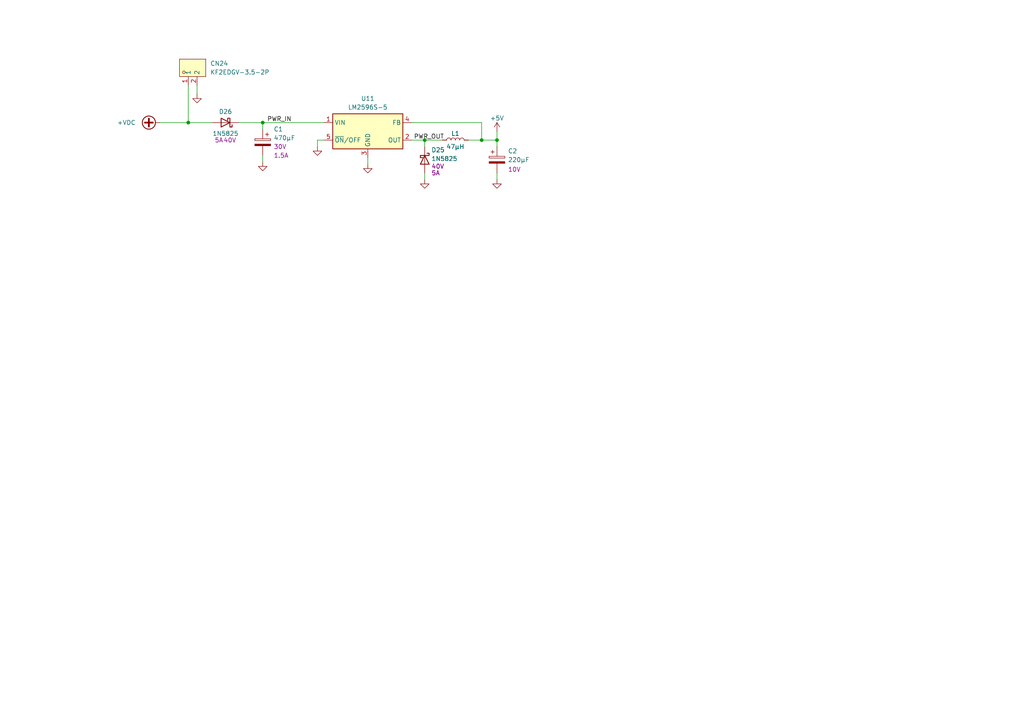
<source format=kicad_sch>
(kicad_sch (version 20230121) (generator eeschema)
  (paper "A4")
  (lib_symbols
    (symbol "Device:C_Polarized" (pin_numbers hide) (pin_names (offset 0.254))
      (property "Reference" "C" (at 0.635 2.54 0))
      (property "Value" "C_Polarized" (at 0.635 -2.54 0))
      (symbol "C_Polarized_0_1"
        (rectangle (start -2.286 0.508) (end 2.286 1.016))
        (polyline (pts (xy -1.778 2.286) (xy -0.762 2.286)))
        (polyline (pts (xy -1.27 2.794) (xy -1.27 1.778)))
        (rectangle (start 2.286 -0.508) (end -2.286 -1.016) (fill (type outline)))
      )
      (symbol "C_Polarized_1_1"
        (pin passive line (at 0 3.81 270) (length 2.794) (name "~") (number "1"))
        (pin passive line (at 0 -3.81 90) (length 2.794) (name "~") (number "2"))
      )
    )
    (symbol "Device:D_Schottky" (pin_numbers hide) (pin_names (offset 1.016) hide)
      (property "Reference" "D" (at 0 2.54 0))
      (property "Value" "D_Schottky" (at 0 -2.54 0))
      (symbol "D_Schottky_0_1"
        (polyline (pts (xy 1.27 0) (xy -1.27 0)))
        (polyline (pts (xy 1.27 1.27) (xy 1.27 -1.27) (xy -1.27 0) (xy 1.27 1.27)) (stroke (width 0.254)))
        (polyline (pts (xy -1.905 0.635) (xy -1.905 1.27) (xy -1.27 1.27) (xy -1.27 -1.27) (xy -0.635 -1.27) (xy -0.635 -0.635)) (stroke (width 0.254)))
      )
      (symbol "D_Schottky_1_1"
        (pin passive line (at -3.81 0 0) (length 2.54) (name "K") (number "1"))
        (pin passive line (at 3.81 0 180) (length 2.54) (name "A") (number "2"))
      )
    )
    (symbol "Device:L" (pin_numbers hide) (pin_names (offset 1.016) hide)
      (property "Reference" "L" (at -1.27 0 90))
      (property "Value" "L" (at 1.905 0 90))
      (symbol "L_0_1"
        (arc (start 0 -2.54) (mid 0.6323 -1.905) (end 0 -1.27))
        (arc (start 0 -1.27) (mid 0.6323 -0.635) (end 0 0))
        (arc (start 0 0) (mid 0.6323 0.635) (end 0 1.27))
        (arc (start 0 1.27) (mid 0.6323 1.905) (end 0 2.54))
      )
      (symbol "L_1_1"
        (pin passive line (at 0 3.81 270) (length 1.27) (name "1") (number "1"))
        (pin passive line (at 0 -3.81 90) (length 1.27) (name "2") (number "2"))
      )
    )
    (symbol "Regulator_Switching:LM2596S-5"
      (property "Reference" "U" (at -10.16 6.35 0))
      (property "Value" "LM2596S-5" (at 0 6.35 0))
      (symbol "LM2596S-5_0_1"
        (rectangle (start -10.16 5.08) (end 10.16 -5.08) (stroke (width 0.254)) (fill (type background)))
      )
      (symbol "LM2596S-5_1_1"
        (pin power_in line (at -12.7 2.54 0) (length 2.54) (name "VIN") (number "1"))
        (pin output line (at 12.7 -2.54 180) (length 2.54) (name "OUT") (number "2"))
        (pin power_in line (at 0 -7.62 90) (length 2.54) (name "GND") (number "3"))
        (pin input line (at 12.7 2.54 180) (length 2.54) (name "FB") (number "4"))
        (pin input line (at -12.7 -2.54 0) (length 2.54) (name "~{ON}/OFF") (number "5"))
      )
    )
    (symbol "easyeda2kicad:KF2EDGV-3.5-2P"
      (property "Reference" "CN" (at 0 6.35 0))
      (property "Value" "KF2EDGV-3.5-2P" (at 0 -6.35 0))
      (symbol "KF2EDGV-3.5-2P_0_1"
        (rectangle (start -2.54 3.81) (end 2.54 -3.81) (fill (type background)))
        (circle (center -1.27 2.54) (radius 0.38))
      )
      (symbol "KF2EDGV-3.5-2P_1_1"
        (pin passive line (at -5.08 1.27 0) (length 2.54) (name "1") (number "1"))
        (pin passive line (at -5.08 -1.27 0) (length 2.54) (name "2") (number "2"))
      )
    )
    (symbol "power:+5V" (power) (pin_names (offset 0))
      (property "Value" "+5V" (at 0 3.556 0))
      (symbol "+5V_0_1"
        (polyline (pts (xy -0.762 1.27) (xy 0 2.54)))
        (polyline (pts (xy 0 0) (xy 0 2.54)))
        (polyline (pts (xy 0 2.54) (xy 0.762 1.27)))
      )
      (symbol "+5V_1_1"
        (pin power_in line (at 0 0 90) (length 0) hide (name "+5V") (number "1"))
      )
    )
    (symbol "power:+VDC" (power) (pin_names (offset 0))
      (property "Value" "+VDC" (at 0 6.35 0))
      (symbol "+VDC_0_1"
        (polyline (pts (xy -1.143 3.175) (xy 1.143 3.175)) (stroke (width 0.508)))
        (polyline (pts (xy 0 0) (xy 0 1.27)))
        (polyline (pts (xy 0 2.032) (xy 0 4.318)) (stroke (width 0.508)))
        (circle (center 0 3.175) (radius 1.905) (stroke (width 0.254)))
      )
      (symbol "+VDC_1_1"
        (pin power_in line (at 0 0 90) (length 0) hide (name "+VDC") (number "1"))
      )
    )
    (symbol "power:GND" (power) (pin_names (offset 0))
      (property "Value" "GND" (at 0 -3.81 0))
      (symbol "GND_0_1"
        (polyline (pts (xy 0 0) (xy 0 -1.27) (xy 1.27 -1.27) (xy 0 -2.54) (xy -1.27 -1.27) (xy 0 -1.27)))
      )
      (symbol "GND_1_1"
        (pin power_in line (at 0 0 270) (length 0) hide (name "GND") (number "1"))
      )
    )
  )
  (junction (at 123.19 40.64))
  (junction (at 139.7 40.64))
  (junction (at 76.2 35.56))
  (junction (at 54.61 35.56))
  (junction (at 144.145 40.64))
  (wire (pts (xy 119.38 35.56) (xy 139.7 35.56)))
  (wire (pts (xy 119.38 40.64) (xy 123.19 40.64)))
  (wire (pts (xy 139.7 35.56) (xy 139.7 40.64)))
  (wire (pts (xy 144.145 42.545) (xy 144.145 40.64)))
  (wire (pts (xy 57.15 24.765) (xy 57.15 27.305)))
  (wire (pts (xy 69.215 35.56) (xy 76.2 35.56)))
  (wire (pts (xy 139.7 40.64) (xy 135.89 40.64)))
  (wire (pts (xy 144.145 50.165) (xy 144.145 52.07)))
  (wire (pts (xy 92.075 40.64) (xy 92.075 42.545)))
  (wire (pts (xy 54.61 35.56) (xy 61.595 35.56)))
  (wire (pts (xy 76.2 45.085) (xy 76.2 46.99)))
  (wire (pts (xy 139.7 40.64) (xy 144.145 40.64)))
  (wire (pts (xy 46.355 35.56) (xy 54.61 35.56)))
  (wire (pts (xy 123.19 50.165) (xy 123.19 52.07)))
  (wire (pts (xy 106.68 45.72) (xy 106.68 47.625)))
  (wire (pts (xy 76.2 37.465) (xy 76.2 35.56)))
  (wire (pts (xy 144.145 40.64) (xy 144.145 38.1)))
  (wire (pts (xy 76.2 35.56) (xy 93.98 35.56)))
  (wire (pts (xy 128.27 40.64) (xy 123.19 40.64)))
  (wire (pts (xy 93.98 40.64) (xy 92.075 40.64)))
  (wire (pts (xy 123.19 42.545) (xy 123.19 40.64)))
  (wire (pts (xy 54.61 24.765) (xy 54.61 35.56)))
  (label "PWR_OUT" (at 120.015 40.64 0))
  (label "PWR_IN" (at 77.47 35.56 0))
  (symbol (lib_id "Device:D_Schottky") (at 65.405 35.56 180) (unit 1)
    (property "Reference" "D26" (at 65.405 32.385 0))
    (property "Value" "1N5825" (at 65.405 38.735 0))
    (property "Footprint" "Diode_SMD:D_SMA" (effects hide))
    (property "Current" "5A" (at 63.5 40.64 0))
    (property "Voltage" "40V" (at 66.675 40.64 0))
    (property "LCSC Part" "C22452" (effects hide))
  )
  (symbol (lib_id "power:+5V") (at 144.145 38.1 0) (unit 1)
    (property "Reference" "#PWR017" (effects hide))
    (property "Value" "+5V" (at 144.145 34.29 0))
    (instances (project "door-server" (path "" (reference "#PWR017") (unit 1)) (path "" (reference "#PWR052") (unit 1))))
  )
  (symbol (lib_id "power:GND") (at 106.68 47.625 0) (unit 1)
    (property "Reference" "#PWR015" (effects hide))
    (property "Value" "GND" (effects hide))
    (instances (project "door-server" (path "" (reference "#PWR015") (unit 1)) (path "" (reference "#PWR051") (unit 1))))
  )
  (symbol (lib_id "Device:L") (at 132.08 40.64 90) (unit 1)
    (property "Reference" "L1" (at 132.08 38.735 90))
    (property "Value" "47µH" (at 132.08 42.545 90))
    (property "Footprint" "easyeda2kicad:IND-SMD_L10.0-W10.0_MDA1040-220M" (effects hide))
    (property "LCSC Part" "C2847557" (effects hide))
  )
  (symbol (lib_id "power:GND") (at 123.19 52.07 0) (unit 1)
    (property "Reference" "#PWR015" (effects hide))
    (property "Value" "GND" (effects hide))
    (instances (project "door-server" (path "" (reference "#PWR015") (unit 1)) (path "" (reference "#PWR054") (unit 1))))
  )
  (symbol (lib_id "easyeda2kicad:KF2EDGV-3.5-2P") (at 55.88 19.685 90) (unit 1)
    (property "Reference" "CN24" (at 60.96 18.415 90) (effects (justify right)))
    (property "Value" "KF2EDGV-3.5-2P" (at 60.96 20.955 90) (effects (justify right)))
    (property "Footprint" "easyeda2kicad:CONN-TH_2P_P3.50_KF2EDGV-3.5-2P" (effects hide))
    (property "Datasheet" "https://lcsc.com/product-detail/Pluggable-System-Terminal-Block_Cixi-Kefa-Elec-KF2EDGV-3-5-2P_C441321.html" (effects hide))
    (property "LCSC Part" "C441321" (effects hide))
  )
  (symbol (lib_id "Device:C_Polarized") (at 76.2 41.275 0) (mirror y) (unit 1)
    (property "Reference" "C1" (at 79.375 37.465 0) (effects (justify right)))
    (property "Value" "470µF" (at 79.375 40.005 0) (effects (justify right)))
    (property "Footprint" "easyeda2kicad:CAP-SMD_BD12.5-L13.6-W13.6-LS13.5-FD" (effects hide))
    (property "Voltage" "30V" (at 79.375 42.545 0) (effects (justify right)))
    (property "LCSC Part" "C2163610" (effects hide))
    (property "Ripple Current" "1.5A" (at 79.375 45.085 0) (effects (justify right)))
    (property "Part" "UCZ1V681MNQ1MS" (effects hide))
  )
  (symbol (lib_id "Device:C_Polarized") (at 144.145 46.355 0) (unit 1)
    (property "Reference" "C2" (at 147.32 43.815 0) (effects (justify left)))
    (property "Value" "220µF" (at 147.32 46.355 0) (effects (justify left)))
    (property "Footprint" "Capacitor_Tantalum_SMD:CP_EIA-7343-30_AVX-N" (effects hide))
    (property "Voltage" "10V" (at 147.32 49.149 0) (effects (justify left)))
    (property "LCSC Part" "C8028" (effects hide))
    (property "Part" "TPSD227M010R0100" (effects hide))
    (property "Type" "Tantalum" (effects hide))
  )
  (symbol (lib_id "power:GND") (at 92.075 42.545 0) (unit 1)
    (property "Reference" "#PWR052" (effects hide))
    (property "Value" "GND" (effects hide))
    (instances (project "door-server" (path "" (reference "#PWR052") (unit 1)) (path "" (reference "#PWR017") (unit 1))))
  )
  (symbol (lib_id "Device:D_Schottky") (at 123.19 46.355 270) (unit 1)
    (property "Reference" "D25" (at 125.095 43.4975 90) (effects (justify left)))
    (property "Value" "1N5825" (at 125.095 46.0375 90) (effects (justify left)))
    (property "Footprint" "Diode_SMD:D_SMA" (effects hide))
    (property "Current" "5A" (at 126.365 50.165 90))
    (property "Voltage" "40V" (at 127 48.26 90))
    (property "LCSC Part" "C22452" (effects hide))
  )
  (symbol (lib_id "power:GND") (at 144.145 52.07 0) (unit 1)
    (property "Reference" "#PWR015" (effects hide))
    (property "Value" "GND" (effects hide))
    (instances (project "door-server" (path "" (reference "#PWR015") (unit 1)) (path "" (reference "#PWR055") (unit 1))))
  )
  (symbol (lib_id "power:+VDC") (at 46.355 35.56 90) (unit 1)
    (property "Reference" "#PWR051" (effects hide))
    (property "Value" "+VDC" (at 39.37 35.56 90) (effects (justify left)))
    (instances (project "door-server" (path "" (reference "#PWR051") (unit 1)) (path "" (reference "#PWR015") (unit 1))))
  )
  (symbol (lib_id "Regulator_Switching:LM2596S-5") (at 106.68 38.1 0) (unit 1)
    (property "Reference" "U11" (at 106.68 28.575 0))
    (property "Value" "LM2596S-5" (at 106.68 31.115 0))
    (property "Footprint" "Package_TO_SOT_SMD:TO-263-5_TabPin3" (effects hide))
    (property "Datasheet" "http://www.ti.com/lit/ds/symlink/lm2596.pdf" (effects hide))
    (property "LCSC Part" "C74190" (effects hide))
  )
  (symbol (lib_id "power:GND") (at 76.2 46.99 0) (unit 1)
    (property "Reference" "#PWR052" (effects hide))
    (property "Value" "GND" (effects hide))
    (instances (project "door-server" (path "" (reference "#PWR052") (unit 1)) (path "" (reference "#PWR053") (unit 1))))
  )
  (symbol (lib_id "power:GND") (at 57.15 27.305 0) (unit 1)
    (property "Reference" "#PWR052" (effects hide))
    (property "Value" "GND" (effects hide))
    (instances (project "door-server" (path "" (reference "#PWR052") (unit 1)) (path "" (reference "#PWR056") (unit 1))))
  )
)
</source>
